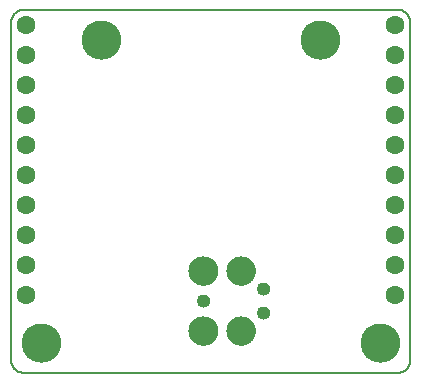
<source format=gbs>
G75*
%MOIN*%
%OFA0B0*%
%FSLAX25Y25*%
%IPPOS*%
%LPD*%
%AMOC8*
5,1,8,0,0,1.08239X$1,22.5*
%
%ADD10C,0.00800*%
%ADD11C,0.00000*%
%ADD12C,0.12998*%
%ADD13C,0.04300*%
%ADD14C,0.09750*%
%ADD15C,0.06306*%
D10*
X0003750Y0005623D02*
X0003750Y0118377D01*
X0003752Y0118504D01*
X0003758Y0118631D01*
X0003768Y0118757D01*
X0003781Y0118884D01*
X0003799Y0119009D01*
X0003820Y0119135D01*
X0003845Y0119259D01*
X0003875Y0119383D01*
X0003907Y0119505D01*
X0003944Y0119627D01*
X0003984Y0119747D01*
X0004028Y0119866D01*
X0004076Y0119984D01*
X0004127Y0120100D01*
X0004182Y0120215D01*
X0004241Y0120328D01*
X0004302Y0120439D01*
X0004368Y0120547D01*
X0004436Y0120654D01*
X0004508Y0120759D01*
X0004583Y0120862D01*
X0004661Y0120962D01*
X0004742Y0121059D01*
X0004826Y0121155D01*
X0004913Y0121247D01*
X0005003Y0121337D01*
X0005095Y0121424D01*
X0005191Y0121508D01*
X0005288Y0121589D01*
X0005388Y0121667D01*
X0005491Y0121742D01*
X0005596Y0121814D01*
X0005703Y0121882D01*
X0005812Y0121948D01*
X0005922Y0122009D01*
X0006035Y0122068D01*
X0006150Y0122123D01*
X0006266Y0122174D01*
X0006384Y0122222D01*
X0006503Y0122266D01*
X0006623Y0122306D01*
X0006745Y0122343D01*
X0006867Y0122375D01*
X0006991Y0122405D01*
X0007115Y0122430D01*
X0007241Y0122451D01*
X0007366Y0122469D01*
X0007493Y0122482D01*
X0007619Y0122492D01*
X0007746Y0122498D01*
X0007873Y0122500D01*
X0132627Y0122500D01*
X0132754Y0122498D01*
X0132881Y0122492D01*
X0133007Y0122482D01*
X0133134Y0122469D01*
X0133259Y0122451D01*
X0133385Y0122430D01*
X0133509Y0122405D01*
X0133633Y0122375D01*
X0133755Y0122343D01*
X0133877Y0122306D01*
X0133997Y0122266D01*
X0134116Y0122222D01*
X0134234Y0122174D01*
X0134350Y0122123D01*
X0134465Y0122068D01*
X0134578Y0122009D01*
X0134689Y0121948D01*
X0134797Y0121882D01*
X0134904Y0121814D01*
X0135009Y0121742D01*
X0135112Y0121667D01*
X0135212Y0121589D01*
X0135309Y0121508D01*
X0135405Y0121424D01*
X0135497Y0121337D01*
X0135587Y0121247D01*
X0135674Y0121155D01*
X0135758Y0121059D01*
X0135839Y0120962D01*
X0135917Y0120862D01*
X0135992Y0120759D01*
X0136064Y0120654D01*
X0136132Y0120547D01*
X0136198Y0120439D01*
X0136259Y0120328D01*
X0136318Y0120215D01*
X0136373Y0120100D01*
X0136424Y0119984D01*
X0136472Y0119866D01*
X0136516Y0119747D01*
X0136556Y0119627D01*
X0136593Y0119505D01*
X0136625Y0119383D01*
X0136655Y0119259D01*
X0136680Y0119135D01*
X0136701Y0119009D01*
X0136719Y0118884D01*
X0136732Y0118757D01*
X0136742Y0118631D01*
X0136748Y0118504D01*
X0136750Y0118377D01*
X0136750Y0005623D01*
X0136748Y0005496D01*
X0136742Y0005369D01*
X0136732Y0005243D01*
X0136719Y0005116D01*
X0136701Y0004991D01*
X0136680Y0004865D01*
X0136655Y0004741D01*
X0136625Y0004617D01*
X0136593Y0004495D01*
X0136556Y0004373D01*
X0136516Y0004253D01*
X0136472Y0004134D01*
X0136424Y0004016D01*
X0136373Y0003900D01*
X0136318Y0003785D01*
X0136259Y0003672D01*
X0136198Y0003561D01*
X0136132Y0003453D01*
X0136064Y0003346D01*
X0135992Y0003241D01*
X0135917Y0003138D01*
X0135839Y0003038D01*
X0135758Y0002941D01*
X0135674Y0002845D01*
X0135587Y0002753D01*
X0135497Y0002663D01*
X0135405Y0002576D01*
X0135309Y0002492D01*
X0135212Y0002411D01*
X0135112Y0002333D01*
X0135009Y0002258D01*
X0134904Y0002186D01*
X0134797Y0002118D01*
X0134689Y0002052D01*
X0134578Y0001991D01*
X0134465Y0001932D01*
X0134350Y0001877D01*
X0134234Y0001826D01*
X0134116Y0001778D01*
X0133997Y0001734D01*
X0133877Y0001694D01*
X0133755Y0001657D01*
X0133633Y0001625D01*
X0133509Y0001595D01*
X0133385Y0001570D01*
X0133259Y0001549D01*
X0133134Y0001531D01*
X0133007Y0001518D01*
X0132881Y0001508D01*
X0132754Y0001502D01*
X0132627Y0001500D01*
X0007873Y0001500D01*
X0007746Y0001502D01*
X0007619Y0001508D01*
X0007493Y0001518D01*
X0007366Y0001531D01*
X0007241Y0001549D01*
X0007115Y0001570D01*
X0006991Y0001595D01*
X0006867Y0001625D01*
X0006745Y0001657D01*
X0006623Y0001694D01*
X0006503Y0001734D01*
X0006384Y0001778D01*
X0006266Y0001826D01*
X0006150Y0001877D01*
X0006035Y0001932D01*
X0005922Y0001991D01*
X0005811Y0002052D01*
X0005703Y0002118D01*
X0005596Y0002186D01*
X0005491Y0002258D01*
X0005388Y0002333D01*
X0005288Y0002411D01*
X0005191Y0002492D01*
X0005095Y0002576D01*
X0005003Y0002663D01*
X0004913Y0002753D01*
X0004826Y0002845D01*
X0004742Y0002941D01*
X0004661Y0003038D01*
X0004583Y0003138D01*
X0004508Y0003241D01*
X0004436Y0003346D01*
X0004368Y0003453D01*
X0004302Y0003562D01*
X0004241Y0003672D01*
X0004182Y0003785D01*
X0004127Y0003900D01*
X0004076Y0004016D01*
X0004028Y0004134D01*
X0003984Y0004253D01*
X0003944Y0004373D01*
X0003907Y0004495D01*
X0003875Y0004617D01*
X0003845Y0004741D01*
X0003820Y0004865D01*
X0003799Y0004991D01*
X0003781Y0005116D01*
X0003768Y0005243D01*
X0003758Y0005369D01*
X0003752Y0005496D01*
X0003750Y0005623D01*
D11*
X0007451Y0011500D02*
X0007453Y0011658D01*
X0007459Y0011816D01*
X0007469Y0011974D01*
X0007483Y0012132D01*
X0007501Y0012289D01*
X0007522Y0012446D01*
X0007548Y0012602D01*
X0007578Y0012758D01*
X0007611Y0012913D01*
X0007649Y0013066D01*
X0007690Y0013219D01*
X0007735Y0013371D01*
X0007784Y0013522D01*
X0007837Y0013671D01*
X0007893Y0013819D01*
X0007953Y0013965D01*
X0008017Y0014110D01*
X0008085Y0014253D01*
X0008156Y0014395D01*
X0008230Y0014535D01*
X0008308Y0014672D01*
X0008390Y0014808D01*
X0008474Y0014942D01*
X0008563Y0015073D01*
X0008654Y0015202D01*
X0008749Y0015329D01*
X0008846Y0015454D01*
X0008947Y0015576D01*
X0009051Y0015695D01*
X0009158Y0015812D01*
X0009268Y0015926D01*
X0009381Y0016037D01*
X0009496Y0016146D01*
X0009614Y0016251D01*
X0009735Y0016353D01*
X0009858Y0016453D01*
X0009984Y0016549D01*
X0010112Y0016642D01*
X0010242Y0016732D01*
X0010375Y0016818D01*
X0010510Y0016902D01*
X0010646Y0016981D01*
X0010785Y0017058D01*
X0010926Y0017130D01*
X0011068Y0017200D01*
X0011212Y0017265D01*
X0011358Y0017327D01*
X0011505Y0017385D01*
X0011654Y0017440D01*
X0011804Y0017491D01*
X0011955Y0017538D01*
X0012107Y0017581D01*
X0012260Y0017620D01*
X0012415Y0017656D01*
X0012570Y0017687D01*
X0012726Y0017715D01*
X0012882Y0017739D01*
X0013039Y0017759D01*
X0013197Y0017775D01*
X0013354Y0017787D01*
X0013513Y0017795D01*
X0013671Y0017799D01*
X0013829Y0017799D01*
X0013987Y0017795D01*
X0014146Y0017787D01*
X0014303Y0017775D01*
X0014461Y0017759D01*
X0014618Y0017739D01*
X0014774Y0017715D01*
X0014930Y0017687D01*
X0015085Y0017656D01*
X0015240Y0017620D01*
X0015393Y0017581D01*
X0015545Y0017538D01*
X0015696Y0017491D01*
X0015846Y0017440D01*
X0015995Y0017385D01*
X0016142Y0017327D01*
X0016288Y0017265D01*
X0016432Y0017200D01*
X0016574Y0017130D01*
X0016715Y0017058D01*
X0016854Y0016981D01*
X0016990Y0016902D01*
X0017125Y0016818D01*
X0017258Y0016732D01*
X0017388Y0016642D01*
X0017516Y0016549D01*
X0017642Y0016453D01*
X0017765Y0016353D01*
X0017886Y0016251D01*
X0018004Y0016146D01*
X0018119Y0016037D01*
X0018232Y0015926D01*
X0018342Y0015812D01*
X0018449Y0015695D01*
X0018553Y0015576D01*
X0018654Y0015454D01*
X0018751Y0015329D01*
X0018846Y0015202D01*
X0018937Y0015073D01*
X0019026Y0014942D01*
X0019110Y0014808D01*
X0019192Y0014672D01*
X0019270Y0014535D01*
X0019344Y0014395D01*
X0019415Y0014253D01*
X0019483Y0014110D01*
X0019547Y0013965D01*
X0019607Y0013819D01*
X0019663Y0013671D01*
X0019716Y0013522D01*
X0019765Y0013371D01*
X0019810Y0013219D01*
X0019851Y0013066D01*
X0019889Y0012913D01*
X0019922Y0012758D01*
X0019952Y0012602D01*
X0019978Y0012446D01*
X0019999Y0012289D01*
X0020017Y0012132D01*
X0020031Y0011974D01*
X0020041Y0011816D01*
X0020047Y0011658D01*
X0020049Y0011500D01*
X0020047Y0011342D01*
X0020041Y0011184D01*
X0020031Y0011026D01*
X0020017Y0010868D01*
X0019999Y0010711D01*
X0019978Y0010554D01*
X0019952Y0010398D01*
X0019922Y0010242D01*
X0019889Y0010087D01*
X0019851Y0009934D01*
X0019810Y0009781D01*
X0019765Y0009629D01*
X0019716Y0009478D01*
X0019663Y0009329D01*
X0019607Y0009181D01*
X0019547Y0009035D01*
X0019483Y0008890D01*
X0019415Y0008747D01*
X0019344Y0008605D01*
X0019270Y0008465D01*
X0019192Y0008328D01*
X0019110Y0008192D01*
X0019026Y0008058D01*
X0018937Y0007927D01*
X0018846Y0007798D01*
X0018751Y0007671D01*
X0018654Y0007546D01*
X0018553Y0007424D01*
X0018449Y0007305D01*
X0018342Y0007188D01*
X0018232Y0007074D01*
X0018119Y0006963D01*
X0018004Y0006854D01*
X0017886Y0006749D01*
X0017765Y0006647D01*
X0017642Y0006547D01*
X0017516Y0006451D01*
X0017388Y0006358D01*
X0017258Y0006268D01*
X0017125Y0006182D01*
X0016990Y0006098D01*
X0016854Y0006019D01*
X0016715Y0005942D01*
X0016574Y0005870D01*
X0016432Y0005800D01*
X0016288Y0005735D01*
X0016142Y0005673D01*
X0015995Y0005615D01*
X0015846Y0005560D01*
X0015696Y0005509D01*
X0015545Y0005462D01*
X0015393Y0005419D01*
X0015240Y0005380D01*
X0015085Y0005344D01*
X0014930Y0005313D01*
X0014774Y0005285D01*
X0014618Y0005261D01*
X0014461Y0005241D01*
X0014303Y0005225D01*
X0014146Y0005213D01*
X0013987Y0005205D01*
X0013829Y0005201D01*
X0013671Y0005201D01*
X0013513Y0005205D01*
X0013354Y0005213D01*
X0013197Y0005225D01*
X0013039Y0005241D01*
X0012882Y0005261D01*
X0012726Y0005285D01*
X0012570Y0005313D01*
X0012415Y0005344D01*
X0012260Y0005380D01*
X0012107Y0005419D01*
X0011955Y0005462D01*
X0011804Y0005509D01*
X0011654Y0005560D01*
X0011505Y0005615D01*
X0011358Y0005673D01*
X0011212Y0005735D01*
X0011068Y0005800D01*
X0010926Y0005870D01*
X0010785Y0005942D01*
X0010646Y0006019D01*
X0010510Y0006098D01*
X0010375Y0006182D01*
X0010242Y0006268D01*
X0010112Y0006358D01*
X0009984Y0006451D01*
X0009858Y0006547D01*
X0009735Y0006647D01*
X0009614Y0006749D01*
X0009496Y0006854D01*
X0009381Y0006963D01*
X0009268Y0007074D01*
X0009158Y0007188D01*
X0009051Y0007305D01*
X0008947Y0007424D01*
X0008846Y0007546D01*
X0008749Y0007671D01*
X0008654Y0007798D01*
X0008563Y0007927D01*
X0008474Y0008058D01*
X0008390Y0008192D01*
X0008308Y0008328D01*
X0008230Y0008465D01*
X0008156Y0008605D01*
X0008085Y0008747D01*
X0008017Y0008890D01*
X0007953Y0009035D01*
X0007893Y0009181D01*
X0007837Y0009329D01*
X0007784Y0009478D01*
X0007735Y0009629D01*
X0007690Y0009781D01*
X0007649Y0009934D01*
X0007611Y0010087D01*
X0007578Y0010242D01*
X0007548Y0010398D01*
X0007522Y0010554D01*
X0007501Y0010711D01*
X0007483Y0010868D01*
X0007469Y0011026D01*
X0007459Y0011184D01*
X0007453Y0011342D01*
X0007451Y0011500D01*
X0063075Y0015500D02*
X0063077Y0015637D01*
X0063083Y0015773D01*
X0063093Y0015909D01*
X0063107Y0016045D01*
X0063125Y0016181D01*
X0063147Y0016316D01*
X0063172Y0016450D01*
X0063202Y0016583D01*
X0063236Y0016715D01*
X0063273Y0016847D01*
X0063314Y0016977D01*
X0063360Y0017106D01*
X0063408Y0017234D01*
X0063461Y0017360D01*
X0063517Y0017484D01*
X0063577Y0017607D01*
X0063640Y0017728D01*
X0063707Y0017847D01*
X0063777Y0017964D01*
X0063851Y0018080D01*
X0063928Y0018192D01*
X0064008Y0018303D01*
X0064092Y0018411D01*
X0064179Y0018517D01*
X0064268Y0018620D01*
X0064361Y0018720D01*
X0064456Y0018818D01*
X0064555Y0018913D01*
X0064656Y0019005D01*
X0064760Y0019093D01*
X0064866Y0019179D01*
X0064975Y0019262D01*
X0065086Y0019341D01*
X0065199Y0019418D01*
X0065315Y0019491D01*
X0065432Y0019560D01*
X0065552Y0019626D01*
X0065673Y0019688D01*
X0065797Y0019747D01*
X0065922Y0019803D01*
X0066048Y0019854D01*
X0066176Y0019902D01*
X0066305Y0019946D01*
X0066436Y0019987D01*
X0066568Y0020023D01*
X0066700Y0020056D01*
X0066834Y0020084D01*
X0066968Y0020109D01*
X0067103Y0020130D01*
X0067239Y0020147D01*
X0067375Y0020160D01*
X0067511Y0020169D01*
X0067648Y0020174D01*
X0067784Y0020175D01*
X0067921Y0020172D01*
X0068057Y0020165D01*
X0068193Y0020154D01*
X0068329Y0020139D01*
X0068464Y0020120D01*
X0068599Y0020097D01*
X0068733Y0020070D01*
X0068866Y0020040D01*
X0068998Y0020005D01*
X0069130Y0019967D01*
X0069259Y0019925D01*
X0069388Y0019879D01*
X0069515Y0019829D01*
X0069641Y0019775D01*
X0069765Y0019718D01*
X0069888Y0019658D01*
X0070008Y0019593D01*
X0070127Y0019526D01*
X0070243Y0019455D01*
X0070358Y0019380D01*
X0070470Y0019302D01*
X0070580Y0019221D01*
X0070688Y0019137D01*
X0070793Y0019049D01*
X0070895Y0018959D01*
X0070995Y0018866D01*
X0071092Y0018769D01*
X0071186Y0018670D01*
X0071277Y0018569D01*
X0071365Y0018464D01*
X0071450Y0018357D01*
X0071532Y0018248D01*
X0071611Y0018136D01*
X0071686Y0018022D01*
X0071758Y0017906D01*
X0071827Y0017788D01*
X0071892Y0017668D01*
X0071954Y0017546D01*
X0072012Y0017422D01*
X0072066Y0017297D01*
X0072117Y0017170D01*
X0072163Y0017042D01*
X0072207Y0016912D01*
X0072246Y0016781D01*
X0072282Y0016649D01*
X0072313Y0016516D01*
X0072341Y0016383D01*
X0072365Y0016248D01*
X0072385Y0016113D01*
X0072401Y0015977D01*
X0072413Y0015841D01*
X0072421Y0015705D01*
X0072425Y0015568D01*
X0072425Y0015432D01*
X0072421Y0015295D01*
X0072413Y0015159D01*
X0072401Y0015023D01*
X0072385Y0014887D01*
X0072365Y0014752D01*
X0072341Y0014617D01*
X0072313Y0014484D01*
X0072282Y0014351D01*
X0072246Y0014219D01*
X0072207Y0014088D01*
X0072163Y0013958D01*
X0072117Y0013830D01*
X0072066Y0013703D01*
X0072012Y0013578D01*
X0071954Y0013454D01*
X0071892Y0013332D01*
X0071827Y0013212D01*
X0071758Y0013094D01*
X0071686Y0012978D01*
X0071611Y0012864D01*
X0071532Y0012752D01*
X0071450Y0012643D01*
X0071365Y0012536D01*
X0071277Y0012431D01*
X0071186Y0012330D01*
X0071092Y0012231D01*
X0070995Y0012134D01*
X0070895Y0012041D01*
X0070793Y0011951D01*
X0070688Y0011863D01*
X0070580Y0011779D01*
X0070470Y0011698D01*
X0070358Y0011620D01*
X0070243Y0011545D01*
X0070127Y0011474D01*
X0070008Y0011407D01*
X0069888Y0011342D01*
X0069765Y0011282D01*
X0069641Y0011225D01*
X0069515Y0011171D01*
X0069388Y0011121D01*
X0069259Y0011075D01*
X0069130Y0011033D01*
X0068998Y0010995D01*
X0068866Y0010960D01*
X0068733Y0010930D01*
X0068599Y0010903D01*
X0068464Y0010880D01*
X0068329Y0010861D01*
X0068193Y0010846D01*
X0068057Y0010835D01*
X0067921Y0010828D01*
X0067784Y0010825D01*
X0067648Y0010826D01*
X0067511Y0010831D01*
X0067375Y0010840D01*
X0067239Y0010853D01*
X0067103Y0010870D01*
X0066968Y0010891D01*
X0066834Y0010916D01*
X0066700Y0010944D01*
X0066568Y0010977D01*
X0066436Y0011013D01*
X0066305Y0011054D01*
X0066176Y0011098D01*
X0066048Y0011146D01*
X0065922Y0011197D01*
X0065797Y0011253D01*
X0065673Y0011312D01*
X0065552Y0011374D01*
X0065432Y0011440D01*
X0065315Y0011509D01*
X0065199Y0011582D01*
X0065086Y0011659D01*
X0064975Y0011738D01*
X0064866Y0011821D01*
X0064760Y0011907D01*
X0064656Y0011995D01*
X0064555Y0012087D01*
X0064456Y0012182D01*
X0064361Y0012280D01*
X0064268Y0012380D01*
X0064179Y0012483D01*
X0064092Y0012589D01*
X0064008Y0012697D01*
X0063928Y0012808D01*
X0063851Y0012920D01*
X0063777Y0013036D01*
X0063707Y0013153D01*
X0063640Y0013272D01*
X0063577Y0013393D01*
X0063517Y0013516D01*
X0063461Y0013640D01*
X0063408Y0013766D01*
X0063360Y0013894D01*
X0063314Y0014023D01*
X0063273Y0014153D01*
X0063236Y0014285D01*
X0063202Y0014417D01*
X0063172Y0014550D01*
X0063147Y0014684D01*
X0063125Y0014819D01*
X0063107Y0014955D01*
X0063093Y0015091D01*
X0063083Y0015227D01*
X0063077Y0015363D01*
X0063075Y0015500D01*
X0065800Y0025500D02*
X0065802Y0025588D01*
X0065808Y0025676D01*
X0065818Y0025764D01*
X0065832Y0025851D01*
X0065850Y0025937D01*
X0065871Y0026022D01*
X0065897Y0026107D01*
X0065926Y0026190D01*
X0065959Y0026272D01*
X0065996Y0026352D01*
X0066036Y0026430D01*
X0066080Y0026507D01*
X0066127Y0026581D01*
X0066178Y0026653D01*
X0066231Y0026723D01*
X0066288Y0026791D01*
X0066348Y0026855D01*
X0066411Y0026917D01*
X0066476Y0026976D01*
X0066544Y0027032D01*
X0066615Y0027085D01*
X0066687Y0027135D01*
X0066762Y0027181D01*
X0066839Y0027224D01*
X0066918Y0027264D01*
X0066999Y0027299D01*
X0067081Y0027332D01*
X0067164Y0027360D01*
X0067249Y0027385D01*
X0067335Y0027405D01*
X0067421Y0027422D01*
X0067508Y0027435D01*
X0067596Y0027444D01*
X0067684Y0027449D01*
X0067772Y0027450D01*
X0067860Y0027447D01*
X0067948Y0027440D01*
X0068035Y0027429D01*
X0068122Y0027414D01*
X0068208Y0027395D01*
X0068294Y0027373D01*
X0068378Y0027346D01*
X0068460Y0027316D01*
X0068542Y0027282D01*
X0068622Y0027244D01*
X0068699Y0027203D01*
X0068775Y0027159D01*
X0068849Y0027111D01*
X0068921Y0027059D01*
X0068990Y0027005D01*
X0069057Y0026947D01*
X0069121Y0026887D01*
X0069182Y0026823D01*
X0069241Y0026757D01*
X0069296Y0026689D01*
X0069348Y0026617D01*
X0069397Y0026544D01*
X0069442Y0026469D01*
X0069484Y0026391D01*
X0069523Y0026312D01*
X0069558Y0026231D01*
X0069589Y0026148D01*
X0069616Y0026065D01*
X0069640Y0025980D01*
X0069660Y0025894D01*
X0069676Y0025807D01*
X0069688Y0025720D01*
X0069696Y0025632D01*
X0069700Y0025544D01*
X0069700Y0025456D01*
X0069696Y0025368D01*
X0069688Y0025280D01*
X0069676Y0025193D01*
X0069660Y0025106D01*
X0069640Y0025020D01*
X0069616Y0024935D01*
X0069589Y0024852D01*
X0069558Y0024769D01*
X0069523Y0024688D01*
X0069484Y0024609D01*
X0069442Y0024531D01*
X0069397Y0024456D01*
X0069348Y0024383D01*
X0069296Y0024311D01*
X0069241Y0024243D01*
X0069182Y0024177D01*
X0069121Y0024113D01*
X0069057Y0024053D01*
X0068990Y0023995D01*
X0068921Y0023941D01*
X0068849Y0023889D01*
X0068775Y0023841D01*
X0068699Y0023797D01*
X0068622Y0023756D01*
X0068542Y0023718D01*
X0068460Y0023684D01*
X0068378Y0023654D01*
X0068294Y0023627D01*
X0068208Y0023605D01*
X0068122Y0023586D01*
X0068035Y0023571D01*
X0067948Y0023560D01*
X0067860Y0023553D01*
X0067772Y0023550D01*
X0067684Y0023551D01*
X0067596Y0023556D01*
X0067508Y0023565D01*
X0067421Y0023578D01*
X0067335Y0023595D01*
X0067249Y0023615D01*
X0067164Y0023640D01*
X0067081Y0023668D01*
X0066999Y0023701D01*
X0066918Y0023736D01*
X0066839Y0023776D01*
X0066762Y0023819D01*
X0066687Y0023865D01*
X0066615Y0023915D01*
X0066544Y0023968D01*
X0066476Y0024024D01*
X0066411Y0024083D01*
X0066348Y0024145D01*
X0066288Y0024209D01*
X0066231Y0024277D01*
X0066178Y0024347D01*
X0066127Y0024419D01*
X0066080Y0024493D01*
X0066036Y0024570D01*
X0065996Y0024648D01*
X0065959Y0024728D01*
X0065926Y0024810D01*
X0065897Y0024893D01*
X0065871Y0024978D01*
X0065850Y0025063D01*
X0065832Y0025149D01*
X0065818Y0025236D01*
X0065808Y0025324D01*
X0065802Y0025412D01*
X0065800Y0025500D01*
X0063075Y0035500D02*
X0063077Y0035637D01*
X0063083Y0035773D01*
X0063093Y0035909D01*
X0063107Y0036045D01*
X0063125Y0036181D01*
X0063147Y0036316D01*
X0063172Y0036450D01*
X0063202Y0036583D01*
X0063236Y0036715D01*
X0063273Y0036847D01*
X0063314Y0036977D01*
X0063360Y0037106D01*
X0063408Y0037234D01*
X0063461Y0037360D01*
X0063517Y0037484D01*
X0063577Y0037607D01*
X0063640Y0037728D01*
X0063707Y0037847D01*
X0063777Y0037964D01*
X0063851Y0038080D01*
X0063928Y0038192D01*
X0064008Y0038303D01*
X0064092Y0038411D01*
X0064179Y0038517D01*
X0064268Y0038620D01*
X0064361Y0038720D01*
X0064456Y0038818D01*
X0064555Y0038913D01*
X0064656Y0039005D01*
X0064760Y0039093D01*
X0064866Y0039179D01*
X0064975Y0039262D01*
X0065086Y0039341D01*
X0065199Y0039418D01*
X0065315Y0039491D01*
X0065432Y0039560D01*
X0065552Y0039626D01*
X0065673Y0039688D01*
X0065797Y0039747D01*
X0065922Y0039803D01*
X0066048Y0039854D01*
X0066176Y0039902D01*
X0066305Y0039946D01*
X0066436Y0039987D01*
X0066568Y0040023D01*
X0066700Y0040056D01*
X0066834Y0040084D01*
X0066968Y0040109D01*
X0067103Y0040130D01*
X0067239Y0040147D01*
X0067375Y0040160D01*
X0067511Y0040169D01*
X0067648Y0040174D01*
X0067784Y0040175D01*
X0067921Y0040172D01*
X0068057Y0040165D01*
X0068193Y0040154D01*
X0068329Y0040139D01*
X0068464Y0040120D01*
X0068599Y0040097D01*
X0068733Y0040070D01*
X0068866Y0040040D01*
X0068998Y0040005D01*
X0069130Y0039967D01*
X0069259Y0039925D01*
X0069388Y0039879D01*
X0069515Y0039829D01*
X0069641Y0039775D01*
X0069765Y0039718D01*
X0069888Y0039658D01*
X0070008Y0039593D01*
X0070127Y0039526D01*
X0070243Y0039455D01*
X0070358Y0039380D01*
X0070470Y0039302D01*
X0070580Y0039221D01*
X0070688Y0039137D01*
X0070793Y0039049D01*
X0070895Y0038959D01*
X0070995Y0038866D01*
X0071092Y0038769D01*
X0071186Y0038670D01*
X0071277Y0038569D01*
X0071365Y0038464D01*
X0071450Y0038357D01*
X0071532Y0038248D01*
X0071611Y0038136D01*
X0071686Y0038022D01*
X0071758Y0037906D01*
X0071827Y0037788D01*
X0071892Y0037668D01*
X0071954Y0037546D01*
X0072012Y0037422D01*
X0072066Y0037297D01*
X0072117Y0037170D01*
X0072163Y0037042D01*
X0072207Y0036912D01*
X0072246Y0036781D01*
X0072282Y0036649D01*
X0072313Y0036516D01*
X0072341Y0036383D01*
X0072365Y0036248D01*
X0072385Y0036113D01*
X0072401Y0035977D01*
X0072413Y0035841D01*
X0072421Y0035705D01*
X0072425Y0035568D01*
X0072425Y0035432D01*
X0072421Y0035295D01*
X0072413Y0035159D01*
X0072401Y0035023D01*
X0072385Y0034887D01*
X0072365Y0034752D01*
X0072341Y0034617D01*
X0072313Y0034484D01*
X0072282Y0034351D01*
X0072246Y0034219D01*
X0072207Y0034088D01*
X0072163Y0033958D01*
X0072117Y0033830D01*
X0072066Y0033703D01*
X0072012Y0033578D01*
X0071954Y0033454D01*
X0071892Y0033332D01*
X0071827Y0033212D01*
X0071758Y0033094D01*
X0071686Y0032978D01*
X0071611Y0032864D01*
X0071532Y0032752D01*
X0071450Y0032643D01*
X0071365Y0032536D01*
X0071277Y0032431D01*
X0071186Y0032330D01*
X0071092Y0032231D01*
X0070995Y0032134D01*
X0070895Y0032041D01*
X0070793Y0031951D01*
X0070688Y0031863D01*
X0070580Y0031779D01*
X0070470Y0031698D01*
X0070358Y0031620D01*
X0070243Y0031545D01*
X0070127Y0031474D01*
X0070008Y0031407D01*
X0069888Y0031342D01*
X0069765Y0031282D01*
X0069641Y0031225D01*
X0069515Y0031171D01*
X0069388Y0031121D01*
X0069259Y0031075D01*
X0069130Y0031033D01*
X0068998Y0030995D01*
X0068866Y0030960D01*
X0068733Y0030930D01*
X0068599Y0030903D01*
X0068464Y0030880D01*
X0068329Y0030861D01*
X0068193Y0030846D01*
X0068057Y0030835D01*
X0067921Y0030828D01*
X0067784Y0030825D01*
X0067648Y0030826D01*
X0067511Y0030831D01*
X0067375Y0030840D01*
X0067239Y0030853D01*
X0067103Y0030870D01*
X0066968Y0030891D01*
X0066834Y0030916D01*
X0066700Y0030944D01*
X0066568Y0030977D01*
X0066436Y0031013D01*
X0066305Y0031054D01*
X0066176Y0031098D01*
X0066048Y0031146D01*
X0065922Y0031197D01*
X0065797Y0031253D01*
X0065673Y0031312D01*
X0065552Y0031374D01*
X0065432Y0031440D01*
X0065315Y0031509D01*
X0065199Y0031582D01*
X0065086Y0031659D01*
X0064975Y0031738D01*
X0064866Y0031821D01*
X0064760Y0031907D01*
X0064656Y0031995D01*
X0064555Y0032087D01*
X0064456Y0032182D01*
X0064361Y0032280D01*
X0064268Y0032380D01*
X0064179Y0032483D01*
X0064092Y0032589D01*
X0064008Y0032697D01*
X0063928Y0032808D01*
X0063851Y0032920D01*
X0063777Y0033036D01*
X0063707Y0033153D01*
X0063640Y0033272D01*
X0063577Y0033393D01*
X0063517Y0033516D01*
X0063461Y0033640D01*
X0063408Y0033766D01*
X0063360Y0033894D01*
X0063314Y0034023D01*
X0063273Y0034153D01*
X0063236Y0034285D01*
X0063202Y0034417D01*
X0063172Y0034550D01*
X0063147Y0034684D01*
X0063125Y0034819D01*
X0063107Y0034955D01*
X0063093Y0035091D01*
X0063083Y0035227D01*
X0063077Y0035363D01*
X0063075Y0035500D01*
X0075575Y0035500D02*
X0075577Y0035637D01*
X0075583Y0035773D01*
X0075593Y0035909D01*
X0075607Y0036045D01*
X0075625Y0036181D01*
X0075647Y0036316D01*
X0075672Y0036450D01*
X0075702Y0036583D01*
X0075736Y0036715D01*
X0075773Y0036847D01*
X0075814Y0036977D01*
X0075860Y0037106D01*
X0075908Y0037234D01*
X0075961Y0037360D01*
X0076017Y0037484D01*
X0076077Y0037607D01*
X0076140Y0037728D01*
X0076207Y0037847D01*
X0076277Y0037964D01*
X0076351Y0038080D01*
X0076428Y0038192D01*
X0076508Y0038303D01*
X0076592Y0038411D01*
X0076679Y0038517D01*
X0076768Y0038620D01*
X0076861Y0038720D01*
X0076956Y0038818D01*
X0077055Y0038913D01*
X0077156Y0039005D01*
X0077260Y0039093D01*
X0077366Y0039179D01*
X0077475Y0039262D01*
X0077586Y0039341D01*
X0077699Y0039418D01*
X0077815Y0039491D01*
X0077932Y0039560D01*
X0078052Y0039626D01*
X0078173Y0039688D01*
X0078297Y0039747D01*
X0078422Y0039803D01*
X0078548Y0039854D01*
X0078676Y0039902D01*
X0078805Y0039946D01*
X0078936Y0039987D01*
X0079068Y0040023D01*
X0079200Y0040056D01*
X0079334Y0040084D01*
X0079468Y0040109D01*
X0079603Y0040130D01*
X0079739Y0040147D01*
X0079875Y0040160D01*
X0080011Y0040169D01*
X0080148Y0040174D01*
X0080284Y0040175D01*
X0080421Y0040172D01*
X0080557Y0040165D01*
X0080693Y0040154D01*
X0080829Y0040139D01*
X0080964Y0040120D01*
X0081099Y0040097D01*
X0081233Y0040070D01*
X0081366Y0040040D01*
X0081498Y0040005D01*
X0081630Y0039967D01*
X0081759Y0039925D01*
X0081888Y0039879D01*
X0082015Y0039829D01*
X0082141Y0039775D01*
X0082265Y0039718D01*
X0082388Y0039658D01*
X0082508Y0039593D01*
X0082627Y0039526D01*
X0082743Y0039455D01*
X0082858Y0039380D01*
X0082970Y0039302D01*
X0083080Y0039221D01*
X0083188Y0039137D01*
X0083293Y0039049D01*
X0083395Y0038959D01*
X0083495Y0038866D01*
X0083592Y0038769D01*
X0083686Y0038670D01*
X0083777Y0038569D01*
X0083865Y0038464D01*
X0083950Y0038357D01*
X0084032Y0038248D01*
X0084111Y0038136D01*
X0084186Y0038022D01*
X0084258Y0037906D01*
X0084327Y0037788D01*
X0084392Y0037668D01*
X0084454Y0037546D01*
X0084512Y0037422D01*
X0084566Y0037297D01*
X0084617Y0037170D01*
X0084663Y0037042D01*
X0084707Y0036912D01*
X0084746Y0036781D01*
X0084782Y0036649D01*
X0084813Y0036516D01*
X0084841Y0036383D01*
X0084865Y0036248D01*
X0084885Y0036113D01*
X0084901Y0035977D01*
X0084913Y0035841D01*
X0084921Y0035705D01*
X0084925Y0035568D01*
X0084925Y0035432D01*
X0084921Y0035295D01*
X0084913Y0035159D01*
X0084901Y0035023D01*
X0084885Y0034887D01*
X0084865Y0034752D01*
X0084841Y0034617D01*
X0084813Y0034484D01*
X0084782Y0034351D01*
X0084746Y0034219D01*
X0084707Y0034088D01*
X0084663Y0033958D01*
X0084617Y0033830D01*
X0084566Y0033703D01*
X0084512Y0033578D01*
X0084454Y0033454D01*
X0084392Y0033332D01*
X0084327Y0033212D01*
X0084258Y0033094D01*
X0084186Y0032978D01*
X0084111Y0032864D01*
X0084032Y0032752D01*
X0083950Y0032643D01*
X0083865Y0032536D01*
X0083777Y0032431D01*
X0083686Y0032330D01*
X0083592Y0032231D01*
X0083495Y0032134D01*
X0083395Y0032041D01*
X0083293Y0031951D01*
X0083188Y0031863D01*
X0083080Y0031779D01*
X0082970Y0031698D01*
X0082858Y0031620D01*
X0082743Y0031545D01*
X0082627Y0031474D01*
X0082508Y0031407D01*
X0082388Y0031342D01*
X0082265Y0031282D01*
X0082141Y0031225D01*
X0082015Y0031171D01*
X0081888Y0031121D01*
X0081759Y0031075D01*
X0081630Y0031033D01*
X0081498Y0030995D01*
X0081366Y0030960D01*
X0081233Y0030930D01*
X0081099Y0030903D01*
X0080964Y0030880D01*
X0080829Y0030861D01*
X0080693Y0030846D01*
X0080557Y0030835D01*
X0080421Y0030828D01*
X0080284Y0030825D01*
X0080148Y0030826D01*
X0080011Y0030831D01*
X0079875Y0030840D01*
X0079739Y0030853D01*
X0079603Y0030870D01*
X0079468Y0030891D01*
X0079334Y0030916D01*
X0079200Y0030944D01*
X0079068Y0030977D01*
X0078936Y0031013D01*
X0078805Y0031054D01*
X0078676Y0031098D01*
X0078548Y0031146D01*
X0078422Y0031197D01*
X0078297Y0031253D01*
X0078173Y0031312D01*
X0078052Y0031374D01*
X0077932Y0031440D01*
X0077815Y0031509D01*
X0077699Y0031582D01*
X0077586Y0031659D01*
X0077475Y0031738D01*
X0077366Y0031821D01*
X0077260Y0031907D01*
X0077156Y0031995D01*
X0077055Y0032087D01*
X0076956Y0032182D01*
X0076861Y0032280D01*
X0076768Y0032380D01*
X0076679Y0032483D01*
X0076592Y0032589D01*
X0076508Y0032697D01*
X0076428Y0032808D01*
X0076351Y0032920D01*
X0076277Y0033036D01*
X0076207Y0033153D01*
X0076140Y0033272D01*
X0076077Y0033393D01*
X0076017Y0033516D01*
X0075961Y0033640D01*
X0075908Y0033766D01*
X0075860Y0033894D01*
X0075814Y0034023D01*
X0075773Y0034153D01*
X0075736Y0034285D01*
X0075702Y0034417D01*
X0075672Y0034550D01*
X0075647Y0034684D01*
X0075625Y0034819D01*
X0075607Y0034955D01*
X0075593Y0035091D01*
X0075583Y0035227D01*
X0075577Y0035363D01*
X0075575Y0035500D01*
X0085800Y0029500D02*
X0085802Y0029588D01*
X0085808Y0029676D01*
X0085818Y0029764D01*
X0085832Y0029851D01*
X0085850Y0029937D01*
X0085871Y0030022D01*
X0085897Y0030107D01*
X0085926Y0030190D01*
X0085959Y0030272D01*
X0085996Y0030352D01*
X0086036Y0030430D01*
X0086080Y0030507D01*
X0086127Y0030581D01*
X0086178Y0030653D01*
X0086231Y0030723D01*
X0086288Y0030791D01*
X0086348Y0030855D01*
X0086411Y0030917D01*
X0086476Y0030976D01*
X0086544Y0031032D01*
X0086615Y0031085D01*
X0086687Y0031135D01*
X0086762Y0031181D01*
X0086839Y0031224D01*
X0086918Y0031264D01*
X0086999Y0031299D01*
X0087081Y0031332D01*
X0087164Y0031360D01*
X0087249Y0031385D01*
X0087335Y0031405D01*
X0087421Y0031422D01*
X0087508Y0031435D01*
X0087596Y0031444D01*
X0087684Y0031449D01*
X0087772Y0031450D01*
X0087860Y0031447D01*
X0087948Y0031440D01*
X0088035Y0031429D01*
X0088122Y0031414D01*
X0088208Y0031395D01*
X0088294Y0031373D01*
X0088378Y0031346D01*
X0088460Y0031316D01*
X0088542Y0031282D01*
X0088622Y0031244D01*
X0088699Y0031203D01*
X0088775Y0031159D01*
X0088849Y0031111D01*
X0088921Y0031059D01*
X0088990Y0031005D01*
X0089057Y0030947D01*
X0089121Y0030887D01*
X0089182Y0030823D01*
X0089241Y0030757D01*
X0089296Y0030689D01*
X0089348Y0030617D01*
X0089397Y0030544D01*
X0089442Y0030469D01*
X0089484Y0030391D01*
X0089523Y0030312D01*
X0089558Y0030231D01*
X0089589Y0030148D01*
X0089616Y0030065D01*
X0089640Y0029980D01*
X0089660Y0029894D01*
X0089676Y0029807D01*
X0089688Y0029720D01*
X0089696Y0029632D01*
X0089700Y0029544D01*
X0089700Y0029456D01*
X0089696Y0029368D01*
X0089688Y0029280D01*
X0089676Y0029193D01*
X0089660Y0029106D01*
X0089640Y0029020D01*
X0089616Y0028935D01*
X0089589Y0028852D01*
X0089558Y0028769D01*
X0089523Y0028688D01*
X0089484Y0028609D01*
X0089442Y0028531D01*
X0089397Y0028456D01*
X0089348Y0028383D01*
X0089296Y0028311D01*
X0089241Y0028243D01*
X0089182Y0028177D01*
X0089121Y0028113D01*
X0089057Y0028053D01*
X0088990Y0027995D01*
X0088921Y0027941D01*
X0088849Y0027889D01*
X0088775Y0027841D01*
X0088699Y0027797D01*
X0088622Y0027756D01*
X0088542Y0027718D01*
X0088460Y0027684D01*
X0088378Y0027654D01*
X0088294Y0027627D01*
X0088208Y0027605D01*
X0088122Y0027586D01*
X0088035Y0027571D01*
X0087948Y0027560D01*
X0087860Y0027553D01*
X0087772Y0027550D01*
X0087684Y0027551D01*
X0087596Y0027556D01*
X0087508Y0027565D01*
X0087421Y0027578D01*
X0087335Y0027595D01*
X0087249Y0027615D01*
X0087164Y0027640D01*
X0087081Y0027668D01*
X0086999Y0027701D01*
X0086918Y0027736D01*
X0086839Y0027776D01*
X0086762Y0027819D01*
X0086687Y0027865D01*
X0086615Y0027915D01*
X0086544Y0027968D01*
X0086476Y0028024D01*
X0086411Y0028083D01*
X0086348Y0028145D01*
X0086288Y0028209D01*
X0086231Y0028277D01*
X0086178Y0028347D01*
X0086127Y0028419D01*
X0086080Y0028493D01*
X0086036Y0028570D01*
X0085996Y0028648D01*
X0085959Y0028728D01*
X0085926Y0028810D01*
X0085897Y0028893D01*
X0085871Y0028978D01*
X0085850Y0029063D01*
X0085832Y0029149D01*
X0085818Y0029236D01*
X0085808Y0029324D01*
X0085802Y0029412D01*
X0085800Y0029500D01*
X0085800Y0021500D02*
X0085802Y0021588D01*
X0085808Y0021676D01*
X0085818Y0021764D01*
X0085832Y0021851D01*
X0085850Y0021937D01*
X0085871Y0022022D01*
X0085897Y0022107D01*
X0085926Y0022190D01*
X0085959Y0022272D01*
X0085996Y0022352D01*
X0086036Y0022430D01*
X0086080Y0022507D01*
X0086127Y0022581D01*
X0086178Y0022653D01*
X0086231Y0022723D01*
X0086288Y0022791D01*
X0086348Y0022855D01*
X0086411Y0022917D01*
X0086476Y0022976D01*
X0086544Y0023032D01*
X0086615Y0023085D01*
X0086687Y0023135D01*
X0086762Y0023181D01*
X0086839Y0023224D01*
X0086918Y0023264D01*
X0086999Y0023299D01*
X0087081Y0023332D01*
X0087164Y0023360D01*
X0087249Y0023385D01*
X0087335Y0023405D01*
X0087421Y0023422D01*
X0087508Y0023435D01*
X0087596Y0023444D01*
X0087684Y0023449D01*
X0087772Y0023450D01*
X0087860Y0023447D01*
X0087948Y0023440D01*
X0088035Y0023429D01*
X0088122Y0023414D01*
X0088208Y0023395D01*
X0088294Y0023373D01*
X0088378Y0023346D01*
X0088460Y0023316D01*
X0088542Y0023282D01*
X0088622Y0023244D01*
X0088699Y0023203D01*
X0088775Y0023159D01*
X0088849Y0023111D01*
X0088921Y0023059D01*
X0088990Y0023005D01*
X0089057Y0022947D01*
X0089121Y0022887D01*
X0089182Y0022823D01*
X0089241Y0022757D01*
X0089296Y0022689D01*
X0089348Y0022617D01*
X0089397Y0022544D01*
X0089442Y0022469D01*
X0089484Y0022391D01*
X0089523Y0022312D01*
X0089558Y0022231D01*
X0089589Y0022148D01*
X0089616Y0022065D01*
X0089640Y0021980D01*
X0089660Y0021894D01*
X0089676Y0021807D01*
X0089688Y0021720D01*
X0089696Y0021632D01*
X0089700Y0021544D01*
X0089700Y0021456D01*
X0089696Y0021368D01*
X0089688Y0021280D01*
X0089676Y0021193D01*
X0089660Y0021106D01*
X0089640Y0021020D01*
X0089616Y0020935D01*
X0089589Y0020852D01*
X0089558Y0020769D01*
X0089523Y0020688D01*
X0089484Y0020609D01*
X0089442Y0020531D01*
X0089397Y0020456D01*
X0089348Y0020383D01*
X0089296Y0020311D01*
X0089241Y0020243D01*
X0089182Y0020177D01*
X0089121Y0020113D01*
X0089057Y0020053D01*
X0088990Y0019995D01*
X0088921Y0019941D01*
X0088849Y0019889D01*
X0088775Y0019841D01*
X0088699Y0019797D01*
X0088622Y0019756D01*
X0088542Y0019718D01*
X0088460Y0019684D01*
X0088378Y0019654D01*
X0088294Y0019627D01*
X0088208Y0019605D01*
X0088122Y0019586D01*
X0088035Y0019571D01*
X0087948Y0019560D01*
X0087860Y0019553D01*
X0087772Y0019550D01*
X0087684Y0019551D01*
X0087596Y0019556D01*
X0087508Y0019565D01*
X0087421Y0019578D01*
X0087335Y0019595D01*
X0087249Y0019615D01*
X0087164Y0019640D01*
X0087081Y0019668D01*
X0086999Y0019701D01*
X0086918Y0019736D01*
X0086839Y0019776D01*
X0086762Y0019819D01*
X0086687Y0019865D01*
X0086615Y0019915D01*
X0086544Y0019968D01*
X0086476Y0020024D01*
X0086411Y0020083D01*
X0086348Y0020145D01*
X0086288Y0020209D01*
X0086231Y0020277D01*
X0086178Y0020347D01*
X0086127Y0020419D01*
X0086080Y0020493D01*
X0086036Y0020570D01*
X0085996Y0020648D01*
X0085959Y0020728D01*
X0085926Y0020810D01*
X0085897Y0020893D01*
X0085871Y0020978D01*
X0085850Y0021063D01*
X0085832Y0021149D01*
X0085818Y0021236D01*
X0085808Y0021324D01*
X0085802Y0021412D01*
X0085800Y0021500D01*
X0075575Y0015500D02*
X0075577Y0015637D01*
X0075583Y0015773D01*
X0075593Y0015909D01*
X0075607Y0016045D01*
X0075625Y0016181D01*
X0075647Y0016316D01*
X0075672Y0016450D01*
X0075702Y0016583D01*
X0075736Y0016715D01*
X0075773Y0016847D01*
X0075814Y0016977D01*
X0075860Y0017106D01*
X0075908Y0017234D01*
X0075961Y0017360D01*
X0076017Y0017484D01*
X0076077Y0017607D01*
X0076140Y0017728D01*
X0076207Y0017847D01*
X0076277Y0017964D01*
X0076351Y0018080D01*
X0076428Y0018192D01*
X0076508Y0018303D01*
X0076592Y0018411D01*
X0076679Y0018517D01*
X0076768Y0018620D01*
X0076861Y0018720D01*
X0076956Y0018818D01*
X0077055Y0018913D01*
X0077156Y0019005D01*
X0077260Y0019093D01*
X0077366Y0019179D01*
X0077475Y0019262D01*
X0077586Y0019341D01*
X0077699Y0019418D01*
X0077815Y0019491D01*
X0077932Y0019560D01*
X0078052Y0019626D01*
X0078173Y0019688D01*
X0078297Y0019747D01*
X0078422Y0019803D01*
X0078548Y0019854D01*
X0078676Y0019902D01*
X0078805Y0019946D01*
X0078936Y0019987D01*
X0079068Y0020023D01*
X0079200Y0020056D01*
X0079334Y0020084D01*
X0079468Y0020109D01*
X0079603Y0020130D01*
X0079739Y0020147D01*
X0079875Y0020160D01*
X0080011Y0020169D01*
X0080148Y0020174D01*
X0080284Y0020175D01*
X0080421Y0020172D01*
X0080557Y0020165D01*
X0080693Y0020154D01*
X0080829Y0020139D01*
X0080964Y0020120D01*
X0081099Y0020097D01*
X0081233Y0020070D01*
X0081366Y0020040D01*
X0081498Y0020005D01*
X0081630Y0019967D01*
X0081759Y0019925D01*
X0081888Y0019879D01*
X0082015Y0019829D01*
X0082141Y0019775D01*
X0082265Y0019718D01*
X0082388Y0019658D01*
X0082508Y0019593D01*
X0082627Y0019526D01*
X0082743Y0019455D01*
X0082858Y0019380D01*
X0082970Y0019302D01*
X0083080Y0019221D01*
X0083188Y0019137D01*
X0083293Y0019049D01*
X0083395Y0018959D01*
X0083495Y0018866D01*
X0083592Y0018769D01*
X0083686Y0018670D01*
X0083777Y0018569D01*
X0083865Y0018464D01*
X0083950Y0018357D01*
X0084032Y0018248D01*
X0084111Y0018136D01*
X0084186Y0018022D01*
X0084258Y0017906D01*
X0084327Y0017788D01*
X0084392Y0017668D01*
X0084454Y0017546D01*
X0084512Y0017422D01*
X0084566Y0017297D01*
X0084617Y0017170D01*
X0084663Y0017042D01*
X0084707Y0016912D01*
X0084746Y0016781D01*
X0084782Y0016649D01*
X0084813Y0016516D01*
X0084841Y0016383D01*
X0084865Y0016248D01*
X0084885Y0016113D01*
X0084901Y0015977D01*
X0084913Y0015841D01*
X0084921Y0015705D01*
X0084925Y0015568D01*
X0084925Y0015432D01*
X0084921Y0015295D01*
X0084913Y0015159D01*
X0084901Y0015023D01*
X0084885Y0014887D01*
X0084865Y0014752D01*
X0084841Y0014617D01*
X0084813Y0014484D01*
X0084782Y0014351D01*
X0084746Y0014219D01*
X0084707Y0014088D01*
X0084663Y0013958D01*
X0084617Y0013830D01*
X0084566Y0013703D01*
X0084512Y0013578D01*
X0084454Y0013454D01*
X0084392Y0013332D01*
X0084327Y0013212D01*
X0084258Y0013094D01*
X0084186Y0012978D01*
X0084111Y0012864D01*
X0084032Y0012752D01*
X0083950Y0012643D01*
X0083865Y0012536D01*
X0083777Y0012431D01*
X0083686Y0012330D01*
X0083592Y0012231D01*
X0083495Y0012134D01*
X0083395Y0012041D01*
X0083293Y0011951D01*
X0083188Y0011863D01*
X0083080Y0011779D01*
X0082970Y0011698D01*
X0082858Y0011620D01*
X0082743Y0011545D01*
X0082627Y0011474D01*
X0082508Y0011407D01*
X0082388Y0011342D01*
X0082265Y0011282D01*
X0082141Y0011225D01*
X0082015Y0011171D01*
X0081888Y0011121D01*
X0081759Y0011075D01*
X0081630Y0011033D01*
X0081498Y0010995D01*
X0081366Y0010960D01*
X0081233Y0010930D01*
X0081099Y0010903D01*
X0080964Y0010880D01*
X0080829Y0010861D01*
X0080693Y0010846D01*
X0080557Y0010835D01*
X0080421Y0010828D01*
X0080284Y0010825D01*
X0080148Y0010826D01*
X0080011Y0010831D01*
X0079875Y0010840D01*
X0079739Y0010853D01*
X0079603Y0010870D01*
X0079468Y0010891D01*
X0079334Y0010916D01*
X0079200Y0010944D01*
X0079068Y0010977D01*
X0078936Y0011013D01*
X0078805Y0011054D01*
X0078676Y0011098D01*
X0078548Y0011146D01*
X0078422Y0011197D01*
X0078297Y0011253D01*
X0078173Y0011312D01*
X0078052Y0011374D01*
X0077932Y0011440D01*
X0077815Y0011509D01*
X0077699Y0011582D01*
X0077586Y0011659D01*
X0077475Y0011738D01*
X0077366Y0011821D01*
X0077260Y0011907D01*
X0077156Y0011995D01*
X0077055Y0012087D01*
X0076956Y0012182D01*
X0076861Y0012280D01*
X0076768Y0012380D01*
X0076679Y0012483D01*
X0076592Y0012589D01*
X0076508Y0012697D01*
X0076428Y0012808D01*
X0076351Y0012920D01*
X0076277Y0013036D01*
X0076207Y0013153D01*
X0076140Y0013272D01*
X0076077Y0013393D01*
X0076017Y0013516D01*
X0075961Y0013640D01*
X0075908Y0013766D01*
X0075860Y0013894D01*
X0075814Y0014023D01*
X0075773Y0014153D01*
X0075736Y0014285D01*
X0075702Y0014417D01*
X0075672Y0014550D01*
X0075647Y0014684D01*
X0075625Y0014819D01*
X0075607Y0014955D01*
X0075593Y0015091D01*
X0075583Y0015227D01*
X0075577Y0015363D01*
X0075575Y0015500D01*
X0120451Y0011500D02*
X0120453Y0011658D01*
X0120459Y0011816D01*
X0120469Y0011974D01*
X0120483Y0012132D01*
X0120501Y0012289D01*
X0120522Y0012446D01*
X0120548Y0012602D01*
X0120578Y0012758D01*
X0120611Y0012913D01*
X0120649Y0013066D01*
X0120690Y0013219D01*
X0120735Y0013371D01*
X0120784Y0013522D01*
X0120837Y0013671D01*
X0120893Y0013819D01*
X0120953Y0013965D01*
X0121017Y0014110D01*
X0121085Y0014253D01*
X0121156Y0014395D01*
X0121230Y0014535D01*
X0121308Y0014672D01*
X0121390Y0014808D01*
X0121474Y0014942D01*
X0121563Y0015073D01*
X0121654Y0015202D01*
X0121749Y0015329D01*
X0121846Y0015454D01*
X0121947Y0015576D01*
X0122051Y0015695D01*
X0122158Y0015812D01*
X0122268Y0015926D01*
X0122381Y0016037D01*
X0122496Y0016146D01*
X0122614Y0016251D01*
X0122735Y0016353D01*
X0122858Y0016453D01*
X0122984Y0016549D01*
X0123112Y0016642D01*
X0123242Y0016732D01*
X0123375Y0016818D01*
X0123510Y0016902D01*
X0123646Y0016981D01*
X0123785Y0017058D01*
X0123926Y0017130D01*
X0124068Y0017200D01*
X0124212Y0017265D01*
X0124358Y0017327D01*
X0124505Y0017385D01*
X0124654Y0017440D01*
X0124804Y0017491D01*
X0124955Y0017538D01*
X0125107Y0017581D01*
X0125260Y0017620D01*
X0125415Y0017656D01*
X0125570Y0017687D01*
X0125726Y0017715D01*
X0125882Y0017739D01*
X0126039Y0017759D01*
X0126197Y0017775D01*
X0126354Y0017787D01*
X0126513Y0017795D01*
X0126671Y0017799D01*
X0126829Y0017799D01*
X0126987Y0017795D01*
X0127146Y0017787D01*
X0127303Y0017775D01*
X0127461Y0017759D01*
X0127618Y0017739D01*
X0127774Y0017715D01*
X0127930Y0017687D01*
X0128085Y0017656D01*
X0128240Y0017620D01*
X0128393Y0017581D01*
X0128545Y0017538D01*
X0128696Y0017491D01*
X0128846Y0017440D01*
X0128995Y0017385D01*
X0129142Y0017327D01*
X0129288Y0017265D01*
X0129432Y0017200D01*
X0129574Y0017130D01*
X0129715Y0017058D01*
X0129854Y0016981D01*
X0129990Y0016902D01*
X0130125Y0016818D01*
X0130258Y0016732D01*
X0130388Y0016642D01*
X0130516Y0016549D01*
X0130642Y0016453D01*
X0130765Y0016353D01*
X0130886Y0016251D01*
X0131004Y0016146D01*
X0131119Y0016037D01*
X0131232Y0015926D01*
X0131342Y0015812D01*
X0131449Y0015695D01*
X0131553Y0015576D01*
X0131654Y0015454D01*
X0131751Y0015329D01*
X0131846Y0015202D01*
X0131937Y0015073D01*
X0132026Y0014942D01*
X0132110Y0014808D01*
X0132192Y0014672D01*
X0132270Y0014535D01*
X0132344Y0014395D01*
X0132415Y0014253D01*
X0132483Y0014110D01*
X0132547Y0013965D01*
X0132607Y0013819D01*
X0132663Y0013671D01*
X0132716Y0013522D01*
X0132765Y0013371D01*
X0132810Y0013219D01*
X0132851Y0013066D01*
X0132889Y0012913D01*
X0132922Y0012758D01*
X0132952Y0012602D01*
X0132978Y0012446D01*
X0132999Y0012289D01*
X0133017Y0012132D01*
X0133031Y0011974D01*
X0133041Y0011816D01*
X0133047Y0011658D01*
X0133049Y0011500D01*
X0133047Y0011342D01*
X0133041Y0011184D01*
X0133031Y0011026D01*
X0133017Y0010868D01*
X0132999Y0010711D01*
X0132978Y0010554D01*
X0132952Y0010398D01*
X0132922Y0010242D01*
X0132889Y0010087D01*
X0132851Y0009934D01*
X0132810Y0009781D01*
X0132765Y0009629D01*
X0132716Y0009478D01*
X0132663Y0009329D01*
X0132607Y0009181D01*
X0132547Y0009035D01*
X0132483Y0008890D01*
X0132415Y0008747D01*
X0132344Y0008605D01*
X0132270Y0008465D01*
X0132192Y0008328D01*
X0132110Y0008192D01*
X0132026Y0008058D01*
X0131937Y0007927D01*
X0131846Y0007798D01*
X0131751Y0007671D01*
X0131654Y0007546D01*
X0131553Y0007424D01*
X0131449Y0007305D01*
X0131342Y0007188D01*
X0131232Y0007074D01*
X0131119Y0006963D01*
X0131004Y0006854D01*
X0130886Y0006749D01*
X0130765Y0006647D01*
X0130642Y0006547D01*
X0130516Y0006451D01*
X0130388Y0006358D01*
X0130258Y0006268D01*
X0130125Y0006182D01*
X0129990Y0006098D01*
X0129854Y0006019D01*
X0129715Y0005942D01*
X0129574Y0005870D01*
X0129432Y0005800D01*
X0129288Y0005735D01*
X0129142Y0005673D01*
X0128995Y0005615D01*
X0128846Y0005560D01*
X0128696Y0005509D01*
X0128545Y0005462D01*
X0128393Y0005419D01*
X0128240Y0005380D01*
X0128085Y0005344D01*
X0127930Y0005313D01*
X0127774Y0005285D01*
X0127618Y0005261D01*
X0127461Y0005241D01*
X0127303Y0005225D01*
X0127146Y0005213D01*
X0126987Y0005205D01*
X0126829Y0005201D01*
X0126671Y0005201D01*
X0126513Y0005205D01*
X0126354Y0005213D01*
X0126197Y0005225D01*
X0126039Y0005241D01*
X0125882Y0005261D01*
X0125726Y0005285D01*
X0125570Y0005313D01*
X0125415Y0005344D01*
X0125260Y0005380D01*
X0125107Y0005419D01*
X0124955Y0005462D01*
X0124804Y0005509D01*
X0124654Y0005560D01*
X0124505Y0005615D01*
X0124358Y0005673D01*
X0124212Y0005735D01*
X0124068Y0005800D01*
X0123926Y0005870D01*
X0123785Y0005942D01*
X0123646Y0006019D01*
X0123510Y0006098D01*
X0123375Y0006182D01*
X0123242Y0006268D01*
X0123112Y0006358D01*
X0122984Y0006451D01*
X0122858Y0006547D01*
X0122735Y0006647D01*
X0122614Y0006749D01*
X0122496Y0006854D01*
X0122381Y0006963D01*
X0122268Y0007074D01*
X0122158Y0007188D01*
X0122051Y0007305D01*
X0121947Y0007424D01*
X0121846Y0007546D01*
X0121749Y0007671D01*
X0121654Y0007798D01*
X0121563Y0007927D01*
X0121474Y0008058D01*
X0121390Y0008192D01*
X0121308Y0008328D01*
X0121230Y0008465D01*
X0121156Y0008605D01*
X0121085Y0008747D01*
X0121017Y0008890D01*
X0120953Y0009035D01*
X0120893Y0009181D01*
X0120837Y0009329D01*
X0120784Y0009478D01*
X0120735Y0009629D01*
X0120690Y0009781D01*
X0120649Y0009934D01*
X0120611Y0010087D01*
X0120578Y0010242D01*
X0120548Y0010398D01*
X0120522Y0010554D01*
X0120501Y0010711D01*
X0120483Y0010868D01*
X0120469Y0011026D01*
X0120459Y0011184D01*
X0120453Y0011342D01*
X0120451Y0011500D01*
X0100451Y0112500D02*
X0100453Y0112658D01*
X0100459Y0112816D01*
X0100469Y0112974D01*
X0100483Y0113132D01*
X0100501Y0113289D01*
X0100522Y0113446D01*
X0100548Y0113602D01*
X0100578Y0113758D01*
X0100611Y0113913D01*
X0100649Y0114066D01*
X0100690Y0114219D01*
X0100735Y0114371D01*
X0100784Y0114522D01*
X0100837Y0114671D01*
X0100893Y0114819D01*
X0100953Y0114965D01*
X0101017Y0115110D01*
X0101085Y0115253D01*
X0101156Y0115395D01*
X0101230Y0115535D01*
X0101308Y0115672D01*
X0101390Y0115808D01*
X0101474Y0115942D01*
X0101563Y0116073D01*
X0101654Y0116202D01*
X0101749Y0116329D01*
X0101846Y0116454D01*
X0101947Y0116576D01*
X0102051Y0116695D01*
X0102158Y0116812D01*
X0102268Y0116926D01*
X0102381Y0117037D01*
X0102496Y0117146D01*
X0102614Y0117251D01*
X0102735Y0117353D01*
X0102858Y0117453D01*
X0102984Y0117549D01*
X0103112Y0117642D01*
X0103242Y0117732D01*
X0103375Y0117818D01*
X0103510Y0117902D01*
X0103646Y0117981D01*
X0103785Y0118058D01*
X0103926Y0118130D01*
X0104068Y0118200D01*
X0104212Y0118265D01*
X0104358Y0118327D01*
X0104505Y0118385D01*
X0104654Y0118440D01*
X0104804Y0118491D01*
X0104955Y0118538D01*
X0105107Y0118581D01*
X0105260Y0118620D01*
X0105415Y0118656D01*
X0105570Y0118687D01*
X0105726Y0118715D01*
X0105882Y0118739D01*
X0106039Y0118759D01*
X0106197Y0118775D01*
X0106354Y0118787D01*
X0106513Y0118795D01*
X0106671Y0118799D01*
X0106829Y0118799D01*
X0106987Y0118795D01*
X0107146Y0118787D01*
X0107303Y0118775D01*
X0107461Y0118759D01*
X0107618Y0118739D01*
X0107774Y0118715D01*
X0107930Y0118687D01*
X0108085Y0118656D01*
X0108240Y0118620D01*
X0108393Y0118581D01*
X0108545Y0118538D01*
X0108696Y0118491D01*
X0108846Y0118440D01*
X0108995Y0118385D01*
X0109142Y0118327D01*
X0109288Y0118265D01*
X0109432Y0118200D01*
X0109574Y0118130D01*
X0109715Y0118058D01*
X0109854Y0117981D01*
X0109990Y0117902D01*
X0110125Y0117818D01*
X0110258Y0117732D01*
X0110388Y0117642D01*
X0110516Y0117549D01*
X0110642Y0117453D01*
X0110765Y0117353D01*
X0110886Y0117251D01*
X0111004Y0117146D01*
X0111119Y0117037D01*
X0111232Y0116926D01*
X0111342Y0116812D01*
X0111449Y0116695D01*
X0111553Y0116576D01*
X0111654Y0116454D01*
X0111751Y0116329D01*
X0111846Y0116202D01*
X0111937Y0116073D01*
X0112026Y0115942D01*
X0112110Y0115808D01*
X0112192Y0115672D01*
X0112270Y0115535D01*
X0112344Y0115395D01*
X0112415Y0115253D01*
X0112483Y0115110D01*
X0112547Y0114965D01*
X0112607Y0114819D01*
X0112663Y0114671D01*
X0112716Y0114522D01*
X0112765Y0114371D01*
X0112810Y0114219D01*
X0112851Y0114066D01*
X0112889Y0113913D01*
X0112922Y0113758D01*
X0112952Y0113602D01*
X0112978Y0113446D01*
X0112999Y0113289D01*
X0113017Y0113132D01*
X0113031Y0112974D01*
X0113041Y0112816D01*
X0113047Y0112658D01*
X0113049Y0112500D01*
X0113047Y0112342D01*
X0113041Y0112184D01*
X0113031Y0112026D01*
X0113017Y0111868D01*
X0112999Y0111711D01*
X0112978Y0111554D01*
X0112952Y0111398D01*
X0112922Y0111242D01*
X0112889Y0111087D01*
X0112851Y0110934D01*
X0112810Y0110781D01*
X0112765Y0110629D01*
X0112716Y0110478D01*
X0112663Y0110329D01*
X0112607Y0110181D01*
X0112547Y0110035D01*
X0112483Y0109890D01*
X0112415Y0109747D01*
X0112344Y0109605D01*
X0112270Y0109465D01*
X0112192Y0109328D01*
X0112110Y0109192D01*
X0112026Y0109058D01*
X0111937Y0108927D01*
X0111846Y0108798D01*
X0111751Y0108671D01*
X0111654Y0108546D01*
X0111553Y0108424D01*
X0111449Y0108305D01*
X0111342Y0108188D01*
X0111232Y0108074D01*
X0111119Y0107963D01*
X0111004Y0107854D01*
X0110886Y0107749D01*
X0110765Y0107647D01*
X0110642Y0107547D01*
X0110516Y0107451D01*
X0110388Y0107358D01*
X0110258Y0107268D01*
X0110125Y0107182D01*
X0109990Y0107098D01*
X0109854Y0107019D01*
X0109715Y0106942D01*
X0109574Y0106870D01*
X0109432Y0106800D01*
X0109288Y0106735D01*
X0109142Y0106673D01*
X0108995Y0106615D01*
X0108846Y0106560D01*
X0108696Y0106509D01*
X0108545Y0106462D01*
X0108393Y0106419D01*
X0108240Y0106380D01*
X0108085Y0106344D01*
X0107930Y0106313D01*
X0107774Y0106285D01*
X0107618Y0106261D01*
X0107461Y0106241D01*
X0107303Y0106225D01*
X0107146Y0106213D01*
X0106987Y0106205D01*
X0106829Y0106201D01*
X0106671Y0106201D01*
X0106513Y0106205D01*
X0106354Y0106213D01*
X0106197Y0106225D01*
X0106039Y0106241D01*
X0105882Y0106261D01*
X0105726Y0106285D01*
X0105570Y0106313D01*
X0105415Y0106344D01*
X0105260Y0106380D01*
X0105107Y0106419D01*
X0104955Y0106462D01*
X0104804Y0106509D01*
X0104654Y0106560D01*
X0104505Y0106615D01*
X0104358Y0106673D01*
X0104212Y0106735D01*
X0104068Y0106800D01*
X0103926Y0106870D01*
X0103785Y0106942D01*
X0103646Y0107019D01*
X0103510Y0107098D01*
X0103375Y0107182D01*
X0103242Y0107268D01*
X0103112Y0107358D01*
X0102984Y0107451D01*
X0102858Y0107547D01*
X0102735Y0107647D01*
X0102614Y0107749D01*
X0102496Y0107854D01*
X0102381Y0107963D01*
X0102268Y0108074D01*
X0102158Y0108188D01*
X0102051Y0108305D01*
X0101947Y0108424D01*
X0101846Y0108546D01*
X0101749Y0108671D01*
X0101654Y0108798D01*
X0101563Y0108927D01*
X0101474Y0109058D01*
X0101390Y0109192D01*
X0101308Y0109328D01*
X0101230Y0109465D01*
X0101156Y0109605D01*
X0101085Y0109747D01*
X0101017Y0109890D01*
X0100953Y0110035D01*
X0100893Y0110181D01*
X0100837Y0110329D01*
X0100784Y0110478D01*
X0100735Y0110629D01*
X0100690Y0110781D01*
X0100649Y0110934D01*
X0100611Y0111087D01*
X0100578Y0111242D01*
X0100548Y0111398D01*
X0100522Y0111554D01*
X0100501Y0111711D01*
X0100483Y0111868D01*
X0100469Y0112026D01*
X0100459Y0112184D01*
X0100453Y0112342D01*
X0100451Y0112500D01*
X0027451Y0112500D02*
X0027453Y0112658D01*
X0027459Y0112816D01*
X0027469Y0112974D01*
X0027483Y0113132D01*
X0027501Y0113289D01*
X0027522Y0113446D01*
X0027548Y0113602D01*
X0027578Y0113758D01*
X0027611Y0113913D01*
X0027649Y0114066D01*
X0027690Y0114219D01*
X0027735Y0114371D01*
X0027784Y0114522D01*
X0027837Y0114671D01*
X0027893Y0114819D01*
X0027953Y0114965D01*
X0028017Y0115110D01*
X0028085Y0115253D01*
X0028156Y0115395D01*
X0028230Y0115535D01*
X0028308Y0115672D01*
X0028390Y0115808D01*
X0028474Y0115942D01*
X0028563Y0116073D01*
X0028654Y0116202D01*
X0028749Y0116329D01*
X0028846Y0116454D01*
X0028947Y0116576D01*
X0029051Y0116695D01*
X0029158Y0116812D01*
X0029268Y0116926D01*
X0029381Y0117037D01*
X0029496Y0117146D01*
X0029614Y0117251D01*
X0029735Y0117353D01*
X0029858Y0117453D01*
X0029984Y0117549D01*
X0030112Y0117642D01*
X0030242Y0117732D01*
X0030375Y0117818D01*
X0030510Y0117902D01*
X0030646Y0117981D01*
X0030785Y0118058D01*
X0030926Y0118130D01*
X0031068Y0118200D01*
X0031212Y0118265D01*
X0031358Y0118327D01*
X0031505Y0118385D01*
X0031654Y0118440D01*
X0031804Y0118491D01*
X0031955Y0118538D01*
X0032107Y0118581D01*
X0032260Y0118620D01*
X0032415Y0118656D01*
X0032570Y0118687D01*
X0032726Y0118715D01*
X0032882Y0118739D01*
X0033039Y0118759D01*
X0033197Y0118775D01*
X0033354Y0118787D01*
X0033513Y0118795D01*
X0033671Y0118799D01*
X0033829Y0118799D01*
X0033987Y0118795D01*
X0034146Y0118787D01*
X0034303Y0118775D01*
X0034461Y0118759D01*
X0034618Y0118739D01*
X0034774Y0118715D01*
X0034930Y0118687D01*
X0035085Y0118656D01*
X0035240Y0118620D01*
X0035393Y0118581D01*
X0035545Y0118538D01*
X0035696Y0118491D01*
X0035846Y0118440D01*
X0035995Y0118385D01*
X0036142Y0118327D01*
X0036288Y0118265D01*
X0036432Y0118200D01*
X0036574Y0118130D01*
X0036715Y0118058D01*
X0036854Y0117981D01*
X0036990Y0117902D01*
X0037125Y0117818D01*
X0037258Y0117732D01*
X0037388Y0117642D01*
X0037516Y0117549D01*
X0037642Y0117453D01*
X0037765Y0117353D01*
X0037886Y0117251D01*
X0038004Y0117146D01*
X0038119Y0117037D01*
X0038232Y0116926D01*
X0038342Y0116812D01*
X0038449Y0116695D01*
X0038553Y0116576D01*
X0038654Y0116454D01*
X0038751Y0116329D01*
X0038846Y0116202D01*
X0038937Y0116073D01*
X0039026Y0115942D01*
X0039110Y0115808D01*
X0039192Y0115672D01*
X0039270Y0115535D01*
X0039344Y0115395D01*
X0039415Y0115253D01*
X0039483Y0115110D01*
X0039547Y0114965D01*
X0039607Y0114819D01*
X0039663Y0114671D01*
X0039716Y0114522D01*
X0039765Y0114371D01*
X0039810Y0114219D01*
X0039851Y0114066D01*
X0039889Y0113913D01*
X0039922Y0113758D01*
X0039952Y0113602D01*
X0039978Y0113446D01*
X0039999Y0113289D01*
X0040017Y0113132D01*
X0040031Y0112974D01*
X0040041Y0112816D01*
X0040047Y0112658D01*
X0040049Y0112500D01*
X0040047Y0112342D01*
X0040041Y0112184D01*
X0040031Y0112026D01*
X0040017Y0111868D01*
X0039999Y0111711D01*
X0039978Y0111554D01*
X0039952Y0111398D01*
X0039922Y0111242D01*
X0039889Y0111087D01*
X0039851Y0110934D01*
X0039810Y0110781D01*
X0039765Y0110629D01*
X0039716Y0110478D01*
X0039663Y0110329D01*
X0039607Y0110181D01*
X0039547Y0110035D01*
X0039483Y0109890D01*
X0039415Y0109747D01*
X0039344Y0109605D01*
X0039270Y0109465D01*
X0039192Y0109328D01*
X0039110Y0109192D01*
X0039026Y0109058D01*
X0038937Y0108927D01*
X0038846Y0108798D01*
X0038751Y0108671D01*
X0038654Y0108546D01*
X0038553Y0108424D01*
X0038449Y0108305D01*
X0038342Y0108188D01*
X0038232Y0108074D01*
X0038119Y0107963D01*
X0038004Y0107854D01*
X0037886Y0107749D01*
X0037765Y0107647D01*
X0037642Y0107547D01*
X0037516Y0107451D01*
X0037388Y0107358D01*
X0037258Y0107268D01*
X0037125Y0107182D01*
X0036990Y0107098D01*
X0036854Y0107019D01*
X0036715Y0106942D01*
X0036574Y0106870D01*
X0036432Y0106800D01*
X0036288Y0106735D01*
X0036142Y0106673D01*
X0035995Y0106615D01*
X0035846Y0106560D01*
X0035696Y0106509D01*
X0035545Y0106462D01*
X0035393Y0106419D01*
X0035240Y0106380D01*
X0035085Y0106344D01*
X0034930Y0106313D01*
X0034774Y0106285D01*
X0034618Y0106261D01*
X0034461Y0106241D01*
X0034303Y0106225D01*
X0034146Y0106213D01*
X0033987Y0106205D01*
X0033829Y0106201D01*
X0033671Y0106201D01*
X0033513Y0106205D01*
X0033354Y0106213D01*
X0033197Y0106225D01*
X0033039Y0106241D01*
X0032882Y0106261D01*
X0032726Y0106285D01*
X0032570Y0106313D01*
X0032415Y0106344D01*
X0032260Y0106380D01*
X0032107Y0106419D01*
X0031955Y0106462D01*
X0031804Y0106509D01*
X0031654Y0106560D01*
X0031505Y0106615D01*
X0031358Y0106673D01*
X0031212Y0106735D01*
X0031068Y0106800D01*
X0030926Y0106870D01*
X0030785Y0106942D01*
X0030646Y0107019D01*
X0030510Y0107098D01*
X0030375Y0107182D01*
X0030242Y0107268D01*
X0030112Y0107358D01*
X0029984Y0107451D01*
X0029858Y0107547D01*
X0029735Y0107647D01*
X0029614Y0107749D01*
X0029496Y0107854D01*
X0029381Y0107963D01*
X0029268Y0108074D01*
X0029158Y0108188D01*
X0029051Y0108305D01*
X0028947Y0108424D01*
X0028846Y0108546D01*
X0028749Y0108671D01*
X0028654Y0108798D01*
X0028563Y0108927D01*
X0028474Y0109058D01*
X0028390Y0109192D01*
X0028308Y0109328D01*
X0028230Y0109465D01*
X0028156Y0109605D01*
X0028085Y0109747D01*
X0028017Y0109890D01*
X0027953Y0110035D01*
X0027893Y0110181D01*
X0027837Y0110329D01*
X0027784Y0110478D01*
X0027735Y0110629D01*
X0027690Y0110781D01*
X0027649Y0110934D01*
X0027611Y0111087D01*
X0027578Y0111242D01*
X0027548Y0111398D01*
X0027522Y0111554D01*
X0027501Y0111711D01*
X0027483Y0111868D01*
X0027469Y0112026D01*
X0027459Y0112184D01*
X0027453Y0112342D01*
X0027451Y0112500D01*
D12*
X0033750Y0112500D03*
X0106750Y0112500D03*
X0126750Y0011500D03*
X0013750Y0011500D03*
D13*
X0067750Y0025500D03*
X0087750Y0021500D03*
X0087750Y0029500D03*
D14*
X0080250Y0035500D03*
X0067750Y0035500D03*
X0067750Y0015500D03*
X0080250Y0015500D03*
D15*
X0131750Y0027500D03*
X0131750Y0037500D03*
X0131750Y0047500D03*
X0131750Y0057500D03*
X0131750Y0067500D03*
X0131750Y0077500D03*
X0131750Y0087500D03*
X0131750Y0097500D03*
X0131750Y0107500D03*
X0131750Y0117500D03*
X0008750Y0117500D03*
X0008750Y0107500D03*
X0008750Y0097500D03*
X0008750Y0087500D03*
X0008750Y0077500D03*
X0008750Y0067500D03*
X0008750Y0057500D03*
X0008750Y0047500D03*
X0008750Y0037500D03*
X0008750Y0027500D03*
M02*

</source>
